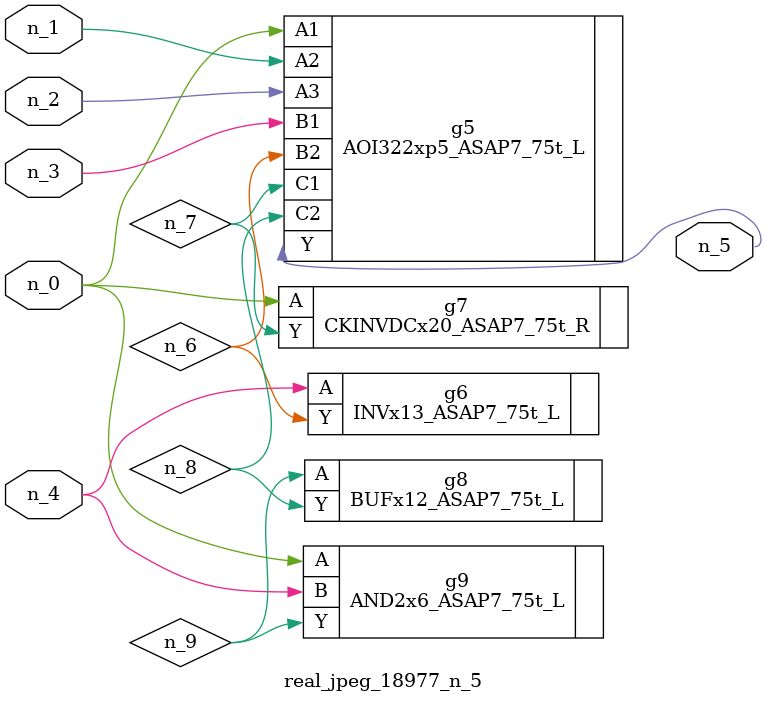
<source format=v>
module real_jpeg_18977_n_5 (n_4, n_0, n_1, n_2, n_3, n_5);

input n_4;
input n_0;
input n_1;
input n_2;
input n_3;

output n_5;

wire n_8;
wire n_6;
wire n_7;
wire n_9;

AOI322xp5_ASAP7_75t_L g5 ( 
.A1(n_0),
.A2(n_1),
.A3(n_2),
.B1(n_3),
.B2(n_6),
.C1(n_7),
.C2(n_8),
.Y(n_5)
);

CKINVDCx20_ASAP7_75t_R g7 ( 
.A(n_0),
.Y(n_7)
);

AND2x6_ASAP7_75t_L g9 ( 
.A(n_0),
.B(n_4),
.Y(n_9)
);

INVx13_ASAP7_75t_L g6 ( 
.A(n_4),
.Y(n_6)
);

BUFx12_ASAP7_75t_L g8 ( 
.A(n_9),
.Y(n_8)
);


endmodule
</source>
